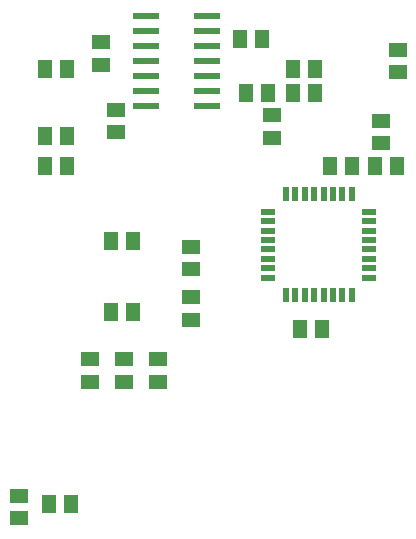
<source format=gbr>
G04 EAGLE Gerber X2 export*
%TF.Part,Single*%
%TF.FileFunction,Paste,Bot*%
%TF.FilePolarity,Positive*%
%TF.GenerationSoftware,Autodesk,EAGLE,8.7.1*%
%TF.CreationDate,2019-02-08T14:13:12Z*%
G75*
%MOMM*%
%FSLAX34Y34*%
%LPD*%
%AMOC8*
5,1,8,0,0,1.08239X$1,22.5*%
G01*
%ADD10R,1.300000X1.500000*%
%ADD11R,1.500000X1.300000*%
%ADD12R,2.200000X0.600000*%
%ADD13R,0.558800X1.270000*%
%ADD14R,1.270000X0.558800*%


D10*
X347638Y368300D03*
X328638Y368300D03*
X90513Y82550D03*
X109513Y82550D03*
D11*
X279400Y411138D03*
X279400Y392138D03*
X134938Y454050D03*
X134938Y473050D03*
D10*
X303238Y230188D03*
X322238Y230188D03*
D12*
X172438Y431800D03*
X224438Y431800D03*
X172438Y419100D03*
X172438Y444500D03*
X172438Y457200D03*
X224438Y419100D03*
X224438Y444500D03*
X224438Y457200D03*
X172438Y482600D03*
X224438Y482600D03*
X172438Y469900D03*
X172438Y495300D03*
X224438Y469900D03*
X224438Y495300D03*
D13*
X347088Y258699D03*
X339088Y258699D03*
X331088Y258699D03*
X323088Y258699D03*
X315088Y258699D03*
X307088Y258699D03*
X299088Y258699D03*
X291088Y258699D03*
D14*
X276162Y273625D03*
X276162Y281625D03*
X276162Y289625D03*
X276162Y297625D03*
X276162Y305625D03*
X276162Y313625D03*
X276162Y321625D03*
X276162Y329625D03*
D13*
X291088Y344551D03*
X299088Y344551D03*
X307088Y344551D03*
X315088Y344551D03*
X323088Y344551D03*
X331088Y344551D03*
X339088Y344551D03*
X347088Y344551D03*
D14*
X362014Y329625D03*
X362014Y321625D03*
X362014Y313625D03*
X362014Y305625D03*
X362014Y297625D03*
X362014Y289625D03*
X362014Y281625D03*
X362014Y273625D03*
D10*
X106338Y393700D03*
X87338Y393700D03*
X276200Y430213D03*
X257200Y430213D03*
D11*
X211138Y257150D03*
X211138Y238150D03*
X211138Y300013D03*
X211138Y281013D03*
X153988Y204763D03*
X153988Y185763D03*
X125413Y204763D03*
X125413Y185763D03*
X182563Y204763D03*
X182563Y185763D03*
D10*
X161900Y244475D03*
X142900Y244475D03*
X106338Y368300D03*
X87338Y368300D03*
X161900Y304800D03*
X142900Y304800D03*
D11*
X65088Y88875D03*
X65088Y69875D03*
D10*
X271438Y476250D03*
X252438Y476250D03*
X87338Y450850D03*
X106338Y450850D03*
X385738Y368300D03*
X366738Y368300D03*
D11*
X371475Y387375D03*
X371475Y406375D03*
X147638Y396900D03*
X147638Y415900D03*
D10*
X296888Y450850D03*
X315888Y450850D03*
X315888Y430213D03*
X296888Y430213D03*
D11*
X385763Y447700D03*
X385763Y466700D03*
M02*

</source>
